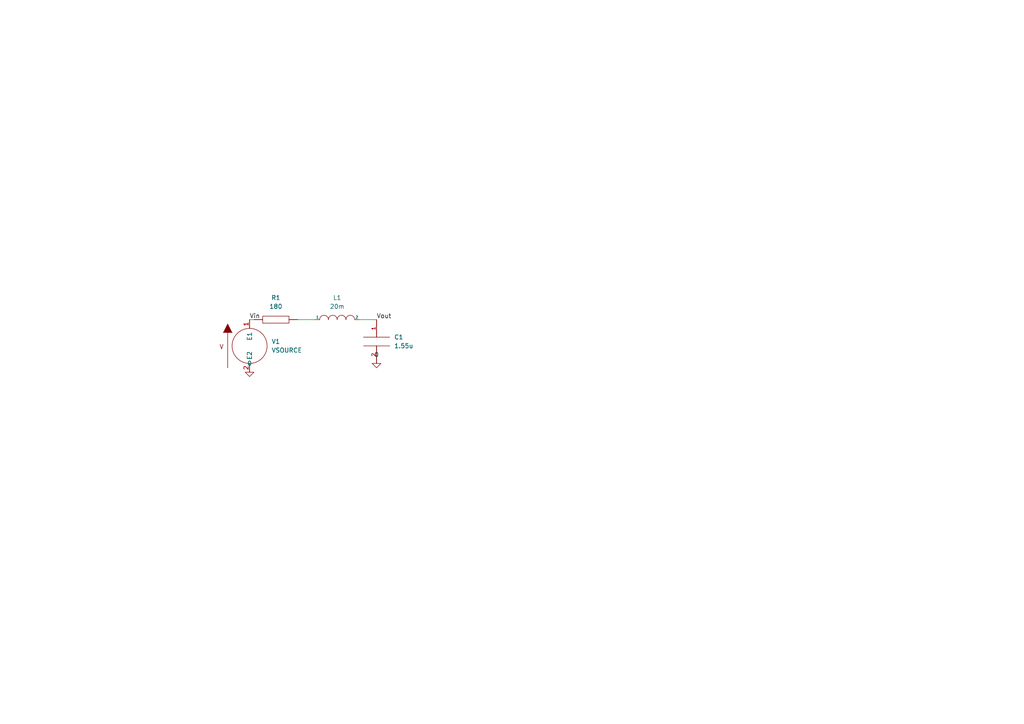
<source format=kicad_sch>
(kicad_sch (version 20211123) (generator eeschema)
  (paper "A4")
  (lib_symbols
    (symbol "pspice:0" (power) (pin_names (offset 0))
      (property "Value" "0" (at 0 -1.778 0))
      (symbol "0_0_1"
        (polyline (pts (xy -1.27 0) (xy 0 -1.27) (xy 1.27 0) (xy -1.27 0)))
      )
      (symbol "0_1_1"
        (pin power_in line (at 0 0 0) (length 0) hide (name "0") (number "1"))
      )
    )
    (symbol "pspice:C" (pin_names (offset 0.254))
      (property "Reference" "C" (at 2.54 3.81 90))
      (property "Value" "C" (at 2.54 -3.81 90))
      (symbol "C_0_1"
        (polyline (pts (xy -3.81 -1.27) (xy 3.81 -1.27)))
        (polyline (pts (xy -3.81 1.27) (xy 3.81 1.27)))
      )
      (symbol "C_1_1"
        (pin passive line (at 0 6.35 270) (length 5.08) (name "~") (number "1"))
        (pin passive line (at 0 -6.35 90) (length 5.08) (name "~") (number "2"))
      )
    )
    (symbol "pspice:INDUCTOR" (pin_numbers hide) (pin_names (offset 0))
      (property "Reference" "L" (at 0 2.54 0))
      (property "Value" "INDUCTOR" (at 0 -1.27 0))
      (symbol "INDUCTOR_0_1"
        (arc (start -2.54 0) (mid -3.81 1.27) (end -5.08 0))
        (arc (start 0 0) (mid -1.27 1.27) (end -2.54 0))
        (arc (start 2.54 0) (mid 1.27 1.27) (end 0 0))
        (arc (start 5.08 0) (mid 3.81 1.27) (end 2.54 0))
      )
      (symbol "INDUCTOR_1_1"
        (pin input line (at -6.35 0 0) (length 1.27) (name "1") (number "1"))
        (pin input line (at 6.35 0 180) (length 1.27) (name "2") (number "2"))
      )
    )
    (symbol "pspice:R" (pin_numbers hide) (pin_names (offset 0))
      (property "Reference" "R" (at 2.032 0 90))
      (property "Value" "R" (at 0 0 90))
      (symbol "R_0_1"
        (rectangle (start -1.016 3.81) (end 1.016 -3.81))
      )
      (symbol "R_1_1"
        (pin passive line (at 0 6.35 270) (length 2.54) (name "~") (number "1"))
        (pin passive line (at 0 -6.35 90) (length 2.54) (name "~") (number "2"))
      )
    )
    (symbol "pspice:VSOURCE" (pin_names (offset 1.016))
      (property "Reference" "V" (at -6.35 7.62 0))
      (property "Value" "VSOURCE" (at 0 0 0))
      (symbol "VSOURCE_0_1"
        (polyline (pts (xy -6.35 -6.35) (xy -6.35 3.81)) (fill (type outline)))
        (polyline (pts (xy -7.62 3.81) (xy -6.35 6.35) (xy -5.08 3.81)) (fill (type outline)))
        (circle (center 0 0) (radius 5.08))
        (text "V" (at -8.128 -0.254 0) (effects (font (size 1.27 1.27))))
      )
      (symbol "VSOURCE_1_1"
        (pin input line (at 0 7.62 270) (length 2.54) (name "E1") (number "1"))
        (pin input line (at 0 -7.62 90) (length 2.54) (name "E2") (number "2"))
      )
    )
  )
  (wire (pts (xy 72.39 92.71) (xy 73.66 92.71)))
  (wire (pts (xy 86.36 92.71) (xy 91.44 92.71)))
  (wire (pts (xy 104.14 92.71) (xy 109.22 92.71)))
  (label "Vout" (at 109.22 92.71 0))
  (label "Vin" (at 72.39 92.71 0))
  (symbol (lib_id "pspice:0") (at 109.22 105.41 0) (unit 1)
    (property "Reference" "#GND?" (effects hide))
    (property "Value" "0" (at 109.22 102.87 0))
  )
  (symbol (lib_id "pspice:INDUCTOR") (at 97.79 92.71 0) (unit 1)
    (property "Reference" "L1" (at 97.79 86.36 0))
    (property "Value" "20m" (at 97.79 88.9 0))
  )
  (symbol (lib_id "pspice:VSOURCE") (at 72.39 100.33 0) (unit 1)
    (property "Reference" "V1" (at 78.74 99.0599 0) (effects (justify left)))
    (property "Value" "VSOURCE" (at 78.74 101.5999 0) (effects (justify left)))
    (property "Spice_Primitive" "V" (effects hide))
    (property "Spice_Model" "ac 1 pulse(0 1)" (effects hide))
    (property "Spice_Netlist_Enabled" "Y" (effects hide))
  )
  (symbol (lib_id "pspice:C") (at 109.22 99.06 0) (unit 1)
    (property "Reference" "C1" (at 114.3 97.7899 0) (effects (justify left)))
    (property "Value" "1.55u" (at 114.3 100.3299 0) (effects (justify left)))
  )
  (symbol (lib_id "pspice:0") (at 72.39 107.95 0) (unit 1)
    (property "Reference" "#GND?" (effects hide))
    (property "Value" "0" (at 72.39 105.41 0))
  )
  (symbol (lib_id "pspice:R") (at 80.01 92.71 90) (unit 1)
    (property "Reference" "R1" (at 80.01 86.36 90))
    (property "Value" "180" (at 80.01 88.9 90))
  )
)
</source>
